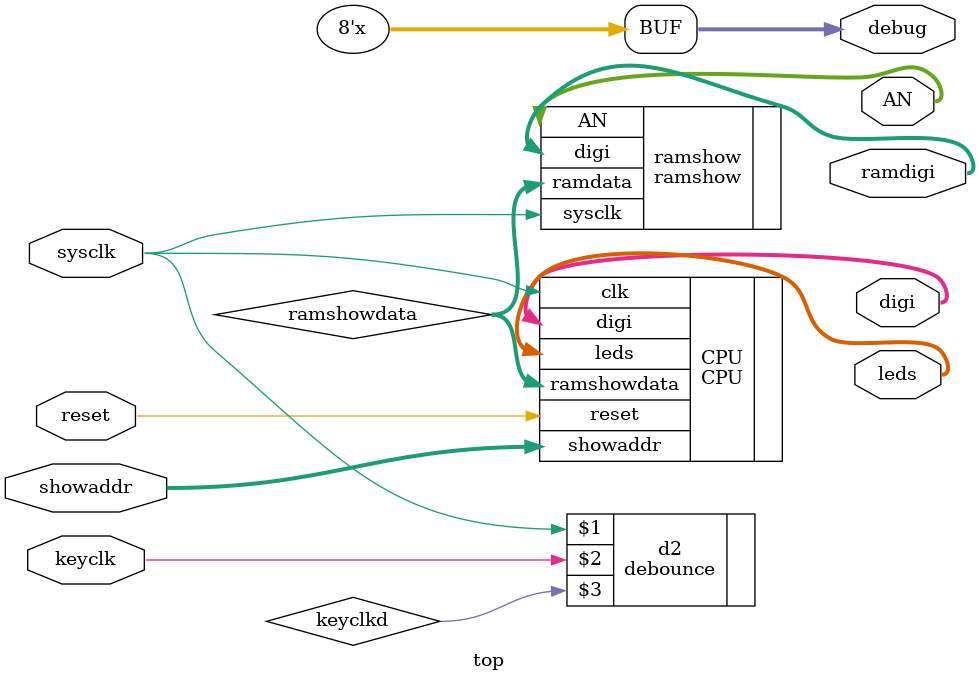
<source format=v>
module top(reset,sysclk,keyclk,leds,digi,debug,showaddr,AN,ramdigi);
    input sysclk,reset,keyclk;
    input [6:0] showaddr;
    output [7:0] leds,debug;
    output [11:0] digi;
    output [3:0] AN;
    output [7:0] ramdigi;
    wire [31:0] ramshowdata;
    
    //wire resetd,keyclkd;
    //debounce d1(sysclk,reset,resetd);
    wire keyclkd;
    debounce d2(sysclk,keyclk,keyclkd);
    
    CPU CPU(.reset(reset),.clk(sysclk),.digi(digi),.showaddr(showaddr),.ramshowdata(ramshowdata),.leds(leds));
    assign debug=CPU.PCIF[9:2];
    
    ramshow ramshow(.ramdata(ramshowdata),.sysclk(sysclk),.AN(AN),.digi(ramdigi));
    
endmodule

</source>
